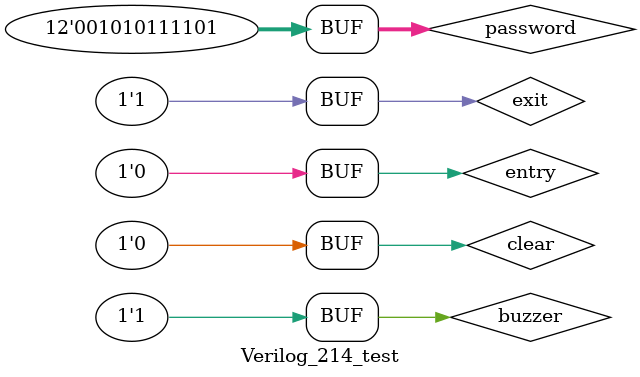
<source format=v>


/*-------------------------------------TEST BENCH------------------------------------------------*/
/*PROJECT:AUTOMATED VEHICLE PARKING ENTRY AND EXIT

//DATAFLOW VERILOG CODE FOR AUTOMATED ENTRY AND EXIT OF VEHICLES 

//CHANDRIKA.T.G-16CO214


//ABSTRACT
		
		•	Unique password will be given to each vehicle owned by the residents which works for both entry and exit.
		•	Keep the count of two wheelers and four wheelers separately at any instant of time.
		•	Separate entry for two and four wheelers.
*/
//FUNCTIONALITY
 //Following is the test bench for 2 wheelers

module Verilog_214_test;
reg buzzer; //user can enter the password only if buzzer is pressed
reg [12:1]password;//password entered by the user			
reg clear;//to clear the counter to count the number of chances
reg clear_new;//to clear the counter to count the number of chances after correct password is entered
reg entry;
reg exit;
wire [2:1]count_entry;//To count the number of times buzzer pressed by each user while entering
wire [2:1]count_exit;//To count the number of times buzzer pressed by each user while exiting
wire gate_open;//will be equal to 1 if entered password is accepted else 0
wire gate_closed;//will be equal to 0 if entered password is accepted else 1 if access is denied
wire [12:1]num_in_park_slot;//Total number of vehicles in the parking slot at given point of time
wire [2:1]count_next_entry;//To give count_entry+1
wire [2:1]count_next_exit;//To give count_exit+1
wire [12:1]num_entry_next;//To calculate num_in_park_slot+1 while entering
wire [12:1]num_exit_next;//To calculate num_in_park_slot+1 while exiting
wire [2:1] count_prev_entry;//To give count_entry-1
wire [2:1] count_prev_exit;//To give count_exit-1
VerilogBM_214 test(buzzer,entry,exit,password,clear,clear_new,gate_open,gate_closed,count_entry,count_exit,num_in_park_slot,count_next_entry,count_next_exit,num_entry_next,num_exit_next,count_prev_entry,count_prev_exit);
initial
begin
	$dumpfile("VerilogBM_214_2w.vcd");
	$dumpvars;
end

initial begin
	buzzer=1'b0;
	clear=1'b1;
	entry=1'b1;
	exit=1'b0;
	#10
		entry=1'b1;
		exit=0;
		clear=1'b0;
		buzzer=1'b1;
		password=12'd722;
	#10
		entry=1'b1;
		exit=0;
		clear=1'b0;
		buzzer=1'b1;
		password=12'd420;
	#10
		entry=1'b1;
		exit=0;
		clear=1'b0;
		buzzer=1'b1;
		password=12'd434;
	#10
		entry=1'b1;
		exit=0;
		clear=1'b0;
		buzzer=1'b1;
		password=12'd436;
	#10
		exit=1'b0;
		entry=1;
		clear=1'b0;
		buzzer=1'b1;
		password=12'd460;
	#10
		entry=1'b1;
		exit=0;
		clear=1'b0;
		buzzer=1'b1;
		password=12'd567;
	#10
		exit=0;
		entry=1;
		clear=1'b0;
		buzzer=1'b1;
		password=12'd791;
	#10
		exit=0;
		entry=1;
		clear=1'b0;
		buzzer=1'b1;
		password=12'd460;
	
	#10
		entry=1;
		exit=0;
		buzzer=1'b1;
		clear=1'b0;
		password=12'd500;
	#10
		exit=0;
		entry=1;
		buzzer=1'b1;
		password=12'd207;
		clear=1'b0;
	#10
		exit=1;
		entry=0;
		buzzer=1'b1;
		password=12'd217;
		clear=1'b0;
	#10
		exit=1;
		entry=0;
		buzzer=1'b1;
		password=12'd701;
		clear=1'b0;
		
end 
initial

$monitor("\nentry=%b\texit=%b\tBuzzer=%b\tPassword=%3d\tgate open=%b\tgate closed=%b\tnumber of vehicles in parking slot=%2d",entry,exit,buzzer,password,gate_open,gate_closed,num_in_park_slot);

endmodule
</source>
